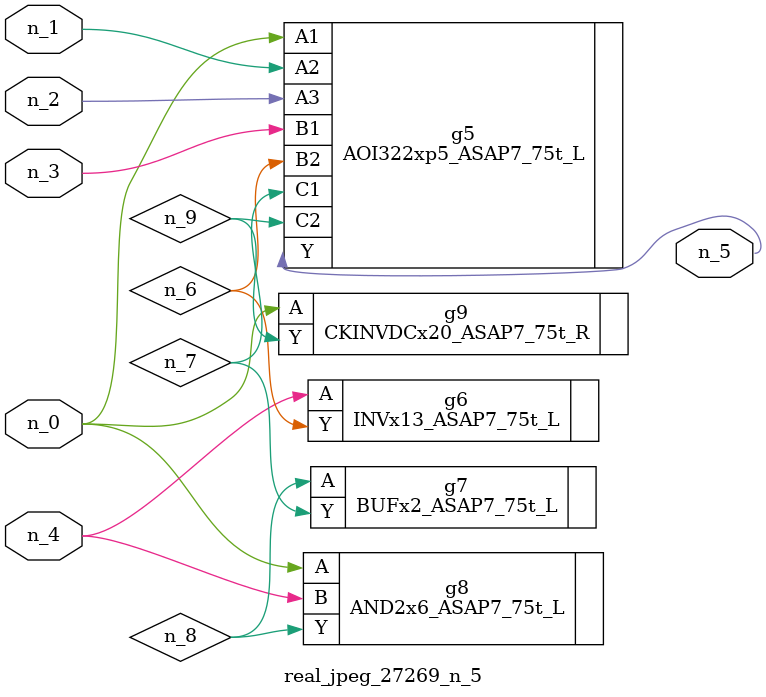
<source format=v>
module real_jpeg_27269_n_5 (n_4, n_0, n_1, n_2, n_3, n_5);

input n_4;
input n_0;
input n_1;
input n_2;
input n_3;

output n_5;

wire n_8;
wire n_6;
wire n_7;
wire n_9;

AOI322xp5_ASAP7_75t_L g5 ( 
.A1(n_0),
.A2(n_1),
.A3(n_2),
.B1(n_3),
.B2(n_6),
.C1(n_7),
.C2(n_9),
.Y(n_5)
);

AND2x6_ASAP7_75t_L g8 ( 
.A(n_0),
.B(n_4),
.Y(n_8)
);

CKINVDCx20_ASAP7_75t_R g9 ( 
.A(n_0),
.Y(n_9)
);

INVx13_ASAP7_75t_L g6 ( 
.A(n_4),
.Y(n_6)
);

BUFx2_ASAP7_75t_L g7 ( 
.A(n_8),
.Y(n_7)
);


endmodule
</source>
